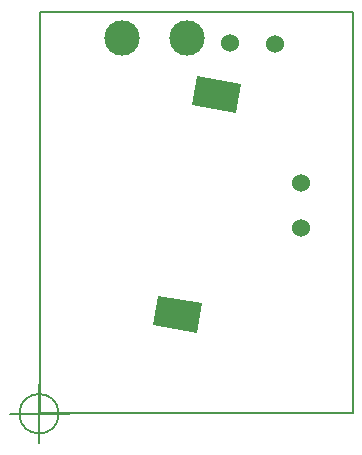
<source format=gbr>
G04 #@! TF.FileFunction,Paste,Bot*
%FSLAX46Y46*%
G04 Gerber Fmt 4.6, Leading zero omitted, Abs format (unit mm)*
G04 Created by KiCad (PCBNEW 4.0.2+dfsg1-stable) date Tue 17 Jan 2017 16:38:18 CET*
%MOMM*%
G01*
G04 APERTURE LIST*
%ADD10C,0.100000*%
%ADD11C,0.150000*%
%ADD12C,1.524000*%
%ADD13C,2.999740*%
G04 APERTURE END LIST*
D10*
D11*
X1666666Y0D02*
G75*
G03X1666666Y0I-1666666J0D01*
G01*
X-2500000Y0D02*
X2500000Y0D01*
X0Y2500000D02*
X0Y-2500000D01*
X59600Y43400D02*
X26559600Y43400D01*
X26559600Y43400D02*
X26559600Y34043400D01*
X26559600Y34043400D02*
X59600Y34043400D01*
X59600Y34043400D02*
X59600Y43400D01*
D10*
G36*
X13392381Y6844612D02*
X9640263Y7506212D01*
X10081329Y10007624D01*
X13833447Y9346024D01*
X13392381Y6844612D01*
X13392381Y6844612D01*
G37*
G36*
X16673914Y25455115D02*
X12921796Y26116715D01*
X13362862Y28618127D01*
X17114980Y27956527D01*
X16673914Y25455115D01*
X16673914Y25455115D01*
G37*
D12*
X20002500Y31305500D03*
X16129000Y31369000D03*
X22208500Y19494500D03*
X22208500Y15748000D03*
D13*
X12558500Y31797000D03*
X7058500Y31797000D03*
M02*

</source>
